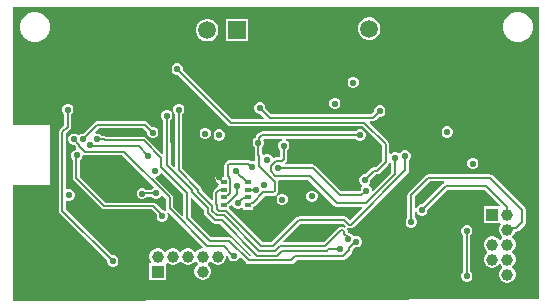
<source format=gbl>
G04*
G04 #@! TF.GenerationSoftware,Altium Limited,Altium Designer,23.2.1 (34)*
G04*
G04 Layer_Physical_Order=4*
G04 Layer_Color=16711680*
%FSLAX44Y44*%
%MOMM*%
G71*
G04*
G04 #@! TF.SameCoordinates,03237038-BA4C-483D-AFB1-32BADD2FC3D1*
G04*
G04*
G04 #@! TF.FilePolarity,Positive*
G04*
G01*
G75*
%ADD11C,0.2000*%
%ADD14C,0.1500*%
%ADD61C,1.0000*%
%ADD62R,1.0000X1.0000*%
%ADD63R,1.0000X1.0000*%
%ADD64C,1.5000*%
%ADD65R,1.5000X1.5000*%
%ADD66C,0.5500*%
%ADD67C,1.2700*%
%ADD72R,0.5000X0.3500*%
G36*
X448811Y2540D02*
Y2033D01*
X4208Y774D01*
X3309Y1671D01*
Y99060D01*
X34290D01*
Y149860D01*
X3309D01*
Y249421D01*
X448811D01*
Y2540D01*
D02*
G37*
%LPC*%
G36*
X306051Y240640D02*
X303549D01*
X301133Y239993D01*
X298967Y238742D01*
X297198Y236973D01*
X295947Y234807D01*
X295300Y232391D01*
Y229889D01*
X295947Y227473D01*
X297198Y225307D01*
X298967Y223538D01*
X301133Y222287D01*
X303549Y221640D01*
X306051D01*
X308467Y222287D01*
X310633Y223538D01*
X312402Y225307D01*
X313653Y227473D01*
X314300Y229889D01*
Y232391D01*
X313653Y234807D01*
X312402Y236973D01*
X310633Y238742D01*
X308467Y239993D01*
X306051Y240640D01*
D02*
G37*
G36*
X202540Y239370D02*
X183540D01*
Y220370D01*
X202540D01*
Y239370D01*
D02*
G37*
G36*
X168891D02*
X166389D01*
X163973Y238723D01*
X161807Y237472D01*
X160038Y235703D01*
X158787Y233537D01*
X158140Y231121D01*
Y228619D01*
X158787Y226203D01*
X160038Y224037D01*
X161807Y222268D01*
X163973Y221017D01*
X166389Y220370D01*
X168891D01*
X171307Y221017D01*
X173473Y222268D01*
X175242Y224037D01*
X176493Y226203D01*
X177140Y228619D01*
Y231121D01*
X176493Y233537D01*
X175242Y235703D01*
X173473Y237472D01*
X171307Y238723D01*
X168891Y239370D01*
D02*
G37*
G36*
X432176Y244910D02*
X428884D01*
X425705Y244058D01*
X422855Y242412D01*
X420527Y240085D01*
X418882Y237235D01*
X418030Y234056D01*
Y230764D01*
X418882Y227585D01*
X420527Y224735D01*
X422855Y222407D01*
X425705Y220762D01*
X428884Y219910D01*
X432176D01*
X435355Y220762D01*
X438205Y222407D01*
X440532Y224735D01*
X442178Y227585D01*
X443030Y230764D01*
Y234056D01*
X442178Y237235D01*
X440532Y240085D01*
X438205Y242412D01*
X435355Y244058D01*
X432176Y244910D01*
D02*
G37*
G36*
X23236D02*
X19944D01*
X16765Y244058D01*
X13915Y242412D01*
X11588Y240085D01*
X9942Y237235D01*
X9090Y234056D01*
Y230764D01*
X9942Y227585D01*
X11588Y224735D01*
X13915Y222407D01*
X16765Y220762D01*
X19944Y219910D01*
X23236D01*
X26415Y220762D01*
X29265Y222407D01*
X31593Y224735D01*
X33238Y227585D01*
X34090Y230764D01*
Y234056D01*
X33238Y237235D01*
X31593Y240085D01*
X29265Y242412D01*
X26415Y244058D01*
X23236Y244910D01*
D02*
G37*
G36*
X292098Y190170D02*
X290208D01*
X288462Y189447D01*
X287126Y188111D01*
X286403Y186365D01*
Y184475D01*
X287126Y182729D01*
X288462Y181393D01*
X290208Y180670D01*
X292098D01*
X293843Y181393D01*
X295180Y182729D01*
X295903Y184475D01*
Y186365D01*
X295180Y188111D01*
X293843Y189447D01*
X292098Y190170D01*
D02*
G37*
G36*
X276535Y172390D02*
X274645D01*
X272899Y171667D01*
X271563Y170331D01*
X270840Y168585D01*
Y166695D01*
X271563Y164949D01*
X272899Y163613D01*
X274645Y162890D01*
X276535D01*
X278281Y163613D01*
X279617Y164949D01*
X280340Y166695D01*
Y168585D01*
X279617Y170331D01*
X278281Y171667D01*
X276535Y172390D01*
D02*
G37*
G36*
X371785Y148260D02*
X369895D01*
X368149Y147537D01*
X366813Y146201D01*
X366090Y144455D01*
Y142565D01*
X366813Y140819D01*
X368149Y139483D01*
X369895Y138760D01*
X371785D01*
X373531Y139483D01*
X374867Y140819D01*
X375590Y142565D01*
Y144455D01*
X374867Y146201D01*
X373531Y147537D01*
X371785Y148260D01*
D02*
G37*
G36*
X166795Y146990D02*
X164905D01*
X163159Y146267D01*
X161823Y144931D01*
X161100Y143185D01*
Y141295D01*
X161823Y139549D01*
X163159Y138213D01*
X164905Y137490D01*
X166795D01*
X168541Y138213D01*
X169877Y139549D01*
X170600Y141295D01*
Y143185D01*
X169877Y144931D01*
X168541Y146267D01*
X166795Y146990D01*
D02*
G37*
G36*
X143185Y201600D02*
X141295D01*
X139549Y200877D01*
X138213Y199541D01*
X137490Y197795D01*
Y195905D01*
X138213Y194159D01*
X139549Y192823D01*
X141295Y192100D01*
X142664D01*
X185387Y149377D01*
X186380Y148714D01*
X187550Y148481D01*
X299313D01*
X315711Y132083D01*
Y119377D01*
X310218Y113884D01*
X308945D01*
X308945Y113884D01*
X307774Y113651D01*
X306782Y112988D01*
X306782Y112988D01*
X301414Y107620D01*
X300045D01*
X298299Y106897D01*
X296963Y105561D01*
X296240Y103815D01*
Y101925D01*
X296963Y100179D01*
X298299Y98843D01*
X298519Y98752D01*
X298817Y97254D01*
X298233Y96671D01*
X297510Y94925D01*
Y94067D01*
X296671Y93229D01*
X281179D01*
X259215Y115193D01*
X258222Y115856D01*
X257052Y116089D01*
X257052Y116089D01*
X234114D01*
X233587Y117359D01*
X234573Y118344D01*
X234573Y118344D01*
X235236Y119337D01*
X235469Y120507D01*
X235469Y120507D01*
Y128421D01*
X236437Y129389D01*
X237160Y131135D01*
Y133025D01*
X236437Y134771D01*
X235101Y136107D01*
X233811Y136641D01*
X234063Y137911D01*
X293521D01*
X294489Y136943D01*
X296235Y136220D01*
X298125D01*
X299871Y136943D01*
X301207Y138279D01*
X301930Y140025D01*
Y141915D01*
X301207Y143661D01*
X299871Y144997D01*
X298125Y145720D01*
X296235D01*
X294489Y144997D01*
X293521Y144029D01*
X214016D01*
X214016Y144029D01*
X212845Y143796D01*
X211853Y143133D01*
X211853Y143133D01*
X209327Y140607D01*
X208664Y139614D01*
X208502Y138801D01*
X208129Y138647D01*
X206793Y137311D01*
X206070Y135565D01*
Y133675D01*
X206793Y131929D01*
X207761Y130961D01*
Y124287D01*
X207761Y124287D01*
X207994Y123116D01*
X208431Y122462D01*
Y119701D01*
X207161Y118853D01*
X206685Y119050D01*
X204795D01*
X204494Y118925D01*
X204416Y119003D01*
X203423Y119666D01*
X202253Y119899D01*
X202253Y119899D01*
X186434D01*
X186434Y119899D01*
X185264Y119666D01*
X184271Y119003D01*
X184271Y119003D01*
X183100Y117831D01*
X182437Y116839D01*
X182204Y115668D01*
X182204Y115668D01*
Y106483D01*
X181046Y105796D01*
X180977Y105787D01*
X180319Y106198D01*
X180307Y106261D01*
X179643Y107254D01*
X178651Y107917D01*
X177481Y108149D01*
X176310Y107917D01*
X175318Y107254D01*
X174655Y106261D01*
X174422Y105091D01*
Y104480D01*
X174422Y104479D01*
X174655Y103309D01*
X175318Y102317D01*
X177924Y99710D01*
X177398Y98440D01*
X177020D01*
Y97055D01*
X176434Y96939D01*
X175442Y96276D01*
X175441Y96276D01*
X173097Y93931D01*
X172434Y92939D01*
X172201Y91768D01*
X172201Y91768D01*
Y86398D01*
X171028Y85912D01*
X162874Y94065D01*
Y94762D01*
X162641Y95932D01*
X161978Y96924D01*
X161978Y96924D01*
X146569Y112334D01*
Y158901D01*
X147537Y159869D01*
X148260Y161615D01*
Y163505D01*
X147537Y165251D01*
X146201Y166587D01*
X144455Y167310D01*
X142565D01*
X140819Y166587D01*
X139483Y165251D01*
X138760Y163505D01*
Y161615D01*
X139483Y159869D01*
X140451Y158901D01*
Y114454D01*
X139278Y113968D01*
X136599Y116647D01*
Y133956D01*
X136409Y134912D01*
Y153821D01*
X137377Y154789D01*
X138100Y156535D01*
Y158425D01*
X137377Y160171D01*
X136041Y161507D01*
X134295Y162230D01*
X132405D01*
X130659Y161507D01*
X129323Y160171D01*
X128600Y158425D01*
Y156535D01*
X129323Y154789D01*
X130291Y153821D01*
Y134147D01*
X130291Y134146D01*
X130481Y133191D01*
Y125831D01*
X129211Y125304D01*
X115863Y138653D01*
X114871Y139316D01*
X113700Y139549D01*
X113700Y139549D01*
X82170D01*
X82065Y139653D01*
X81073Y140316D01*
X79903Y140549D01*
X79903Y140549D01*
X77861D01*
X76843Y141567D01*
X75097Y142290D01*
X73208D01*
X72619Y143421D01*
X72571Y143555D01*
X75817Y146801D01*
X113545D01*
X116791Y143555D01*
Y142186D01*
X117514Y140440D01*
X118850Y139104D01*
X120596Y138381D01*
X122486D01*
X124232Y139104D01*
X125568Y140440D01*
X126291Y142186D01*
Y144076D01*
X125568Y145822D01*
X124232Y147158D01*
X122486Y147881D01*
X121117D01*
X116975Y152023D01*
X115982Y152686D01*
X114812Y152919D01*
X114812Y152919D01*
X74550D01*
X74550Y152919D01*
X73380Y152686D01*
X72387Y152023D01*
X72387Y152023D01*
X67107Y146743D01*
X66444Y145750D01*
X66431Y145687D01*
X63035Y142290D01*
X61666D01*
X59920Y141567D01*
X58610Y140257D01*
X57301Y141567D01*
X55555Y142290D01*
X53665D01*
X51919Y141567D01*
X50583Y140231D01*
X49860Y138485D01*
Y136595D01*
X50583Y134849D01*
X51919Y133513D01*
X53665Y132790D01*
X54903D01*
X56264Y131429D01*
X56479Y130347D01*
X56837Y129812D01*
X56246Y128542D01*
X56205D01*
X54459Y127819D01*
X53123Y126483D01*
X52400Y124737D01*
Y122848D01*
X53123Y121102D01*
X53951Y120274D01*
Y104535D01*
X54165Y103462D01*
X54772Y102552D01*
X78380Y78945D01*
X79289Y78337D01*
X80362Y78124D01*
X120923D01*
X125060Y73987D01*
X124790Y73335D01*
Y71445D01*
X125513Y69699D01*
X126849Y68363D01*
X128595Y67640D01*
X130485D01*
X132231Y68363D01*
X133567Y69699D01*
X134290Y71445D01*
Y73335D01*
X133665Y74843D01*
X134742Y75562D01*
X163934Y46370D01*
X163408Y45100D01*
X162908D01*
X161128Y44623D01*
X159532Y43701D01*
X158229Y42398D01*
X158115Y42201D01*
X156845D01*
X156731Y42398D01*
X155428Y43701D01*
X153832Y44623D01*
X152052Y45100D01*
X150208D01*
X148428Y44623D01*
X146832Y43701D01*
X145529Y42398D01*
X145415Y42201D01*
X144145D01*
X144031Y42398D01*
X142728Y43701D01*
X141132Y44623D01*
X139352Y45100D01*
X137508D01*
X135728Y44623D01*
X134132Y43701D01*
X132829Y42398D01*
X132715Y42201D01*
X131445D01*
X131331Y42398D01*
X130028Y43701D01*
X128432Y44623D01*
X126652Y45100D01*
X124808D01*
X123028Y44623D01*
X121432Y43701D01*
X120129Y42398D01*
X119207Y40802D01*
X118730Y39022D01*
Y37178D01*
X119207Y35398D01*
X120129Y33802D01*
X120260Y33670D01*
X119734Y32400D01*
X118730D01*
Y18400D01*
X132730D01*
Y31168D01*
X132730Y31720D01*
X133794Y32603D01*
X134046Y32585D01*
X134132Y32499D01*
X135728Y31577D01*
X137508Y31100D01*
X139352D01*
X141132Y31577D01*
X142728Y32499D01*
X144031Y33802D01*
X144145Y33999D01*
X145415D01*
X145529Y33802D01*
X146832Y32499D01*
X148428Y31577D01*
X150208Y31100D01*
X152052D01*
X153832Y31577D01*
X155428Y32499D01*
X156731Y33802D01*
X156845Y33999D01*
X158115D01*
X158229Y33802D01*
X159532Y32499D01*
X159729Y32385D01*
Y31115D01*
X159532Y31001D01*
X158229Y29698D01*
X157307Y28102D01*
X156830Y26322D01*
Y24478D01*
X157307Y22698D01*
X158229Y21102D01*
X159532Y19799D01*
X161128Y18877D01*
X162908Y18400D01*
X164752D01*
X166532Y18877D01*
X168128Y19799D01*
X169431Y21102D01*
X170353Y22698D01*
X170830Y24478D01*
Y26322D01*
X170353Y28102D01*
X169431Y29698D01*
X168128Y31001D01*
X167931Y31115D01*
Y32385D01*
X168128Y32499D01*
X169431Y33802D01*
X169545Y33999D01*
X170815D01*
X170929Y33802D01*
X172232Y32499D01*
X173828Y31577D01*
X175608Y31100D01*
X177452D01*
X179232Y31577D01*
X180828Y32499D01*
X182131Y33802D01*
X183053Y35398D01*
X183530Y37178D01*
Y38158D01*
X184800Y38802D01*
X185262Y38464D01*
Y37825D01*
X185986Y36079D01*
X187322Y34743D01*
X189068Y34020D01*
X190957D01*
X192703Y34743D01*
X194039Y36079D01*
X194480Y37145D01*
X195936Y37485D01*
X200594Y32827D01*
X200594Y32827D01*
X201586Y32164D01*
X202757Y31931D01*
X202757Y31931D01*
X238776D01*
X238777Y31931D01*
X239947Y32164D01*
X240940Y32827D01*
X243484Y35371D01*
X282637D01*
X282638Y35371D01*
X283808Y35604D01*
X284800Y36267D01*
X289832Y41298D01*
X290495Y42291D01*
X290728Y43461D01*
X290728Y43461D01*
Y43832D01*
X292799Y45904D01*
X293039Y45805D01*
X294928D01*
X296674Y46528D01*
X298010Y47864D01*
X298734Y49610D01*
Y51499D01*
X298010Y53245D01*
X296674Y54581D01*
X294928Y55304D01*
X293039D01*
X291595Y54707D01*
X291047Y56031D01*
X289711Y57367D01*
X287965Y58090D01*
X287633D01*
X286752Y58884D01*
X286519Y60054D01*
X285856Y61047D01*
X285721Y61385D01*
X286264Y61980D01*
X286719Y62307D01*
X287758Y62101D01*
X287758Y62101D01*
X289414D01*
X289415Y62101D01*
X290585Y62333D01*
X291577Y62997D01*
X337443Y108862D01*
X337443Y108862D01*
X338106Y109854D01*
X338339Y111025D01*
Y119531D01*
X339307Y120499D01*
X340030Y122245D01*
Y124135D01*
X339307Y125881D01*
X337971Y127217D01*
X336225Y127940D01*
X334335D01*
X332589Y127217D01*
X331253Y125881D01*
X331162Y125661D01*
X329664Y125363D01*
X329081Y125947D01*
X327335Y126670D01*
X325445D01*
X323699Y125947D01*
X323099Y125346D01*
X321829Y125872D01*
Y133350D01*
X321829Y133350D01*
X321596Y134521D01*
X320933Y135513D01*
X320933Y135513D01*
X305138Y151308D01*
X305624Y152481D01*
X307940D01*
X307940Y152481D01*
X309111Y152714D01*
X310103Y153377D01*
X313266Y156540D01*
X314635D01*
X316381Y157263D01*
X317717Y158599D01*
X318440Y160345D01*
Y162235D01*
X317717Y163981D01*
X316381Y165317D01*
X314635Y166040D01*
X312745D01*
X310999Y165317D01*
X309663Y163981D01*
X308940Y162235D01*
Y160866D01*
X306673Y158599D01*
X221647D01*
X216840Y163406D01*
Y164775D01*
X216117Y166521D01*
X214781Y167857D01*
X213035Y168580D01*
X211145D01*
X209399Y167857D01*
X208063Y166521D01*
X207340Y164775D01*
Y162885D01*
X208063Y161139D01*
X209399Y159803D01*
X211145Y159080D01*
X212514D01*
X215822Y155772D01*
X215336Y154599D01*
X188817D01*
X146990Y196426D01*
Y197795D01*
X146267Y199541D01*
X144931Y200877D01*
X143185Y201600D01*
D02*
G37*
G36*
X178745Y145720D02*
X176855D01*
X175109Y144997D01*
X173773Y143661D01*
X173050Y141915D01*
Y140025D01*
X173773Y138279D01*
X175109Y136943D01*
X176855Y136220D01*
X178745D01*
X180491Y136943D01*
X181827Y138279D01*
X182550Y140025D01*
Y141915D01*
X181827Y143661D01*
X180491Y144997D01*
X178745Y145720D01*
D02*
G37*
G36*
X393375Y121590D02*
X391485D01*
X389739Y120867D01*
X388403Y119531D01*
X387680Y117785D01*
Y115895D01*
X388403Y114149D01*
X389739Y112813D01*
X391485Y112090D01*
X393375D01*
X395121Y112813D01*
X396457Y114149D01*
X397180Y115895D01*
Y117785D01*
X396457Y119531D01*
X395121Y120867D01*
X393375Y121590D01*
D02*
G37*
G36*
X50475Y167310D02*
X48585D01*
X46839Y166587D01*
X45503Y165251D01*
X44780Y163505D01*
Y161615D01*
X45503Y159869D01*
X46471Y158901D01*
Y149140D01*
X42887Y145556D01*
X42224Y144564D01*
X41991Y143393D01*
X41991Y143393D01*
Y76870D01*
X41991Y76870D01*
X42224Y75700D01*
X42887Y74707D01*
X82880Y34714D01*
Y33345D01*
X83603Y31599D01*
X84939Y30263D01*
X86685Y29540D01*
X88575D01*
X90321Y30263D01*
X91657Y31599D01*
X92380Y33345D01*
Y35235D01*
X91657Y36981D01*
X90321Y38317D01*
X88575Y39040D01*
X87206D01*
X48109Y78137D01*
Y84769D01*
X49379Y85617D01*
X49855Y85420D01*
X51745D01*
X53491Y86143D01*
X54827Y87479D01*
X55550Y89225D01*
Y91115D01*
X54827Y92861D01*
X53491Y94197D01*
X51745Y94920D01*
X49855D01*
X49379Y94723D01*
X48109Y95571D01*
Y142126D01*
X51693Y145710D01*
X52356Y146703D01*
X52589Y147873D01*
Y158901D01*
X53557Y159869D01*
X54280Y161615D01*
Y163505D01*
X53557Y165251D01*
X52221Y166587D01*
X50475Y167310D01*
D02*
G37*
G36*
X407070Y107799D02*
X407070Y107799D01*
X354930D01*
X353759Y107566D01*
X352767Y106903D01*
X352767Y106903D01*
X337927Y92063D01*
X337264Y91071D01*
X337031Y89900D01*
X337031Y89900D01*
Y70699D01*
X336333Y70001D01*
X335610Y68255D01*
Y66365D01*
X336333Y64619D01*
X337669Y63283D01*
X339415Y62560D01*
X341305D01*
X343051Y63283D01*
X344387Y64619D01*
X345110Y66365D01*
Y68255D01*
X344387Y70001D01*
X343149Y71239D01*
Y88633D01*
X356197Y101681D01*
X367741D01*
X368093Y100411D01*
X367407Y99953D01*
X349674Y82220D01*
X348305D01*
X346559Y81497D01*
X345223Y80161D01*
X344500Y78415D01*
Y76525D01*
X345223Y74779D01*
X346559Y73443D01*
X348305Y72720D01*
X350195D01*
X351941Y73443D01*
X353277Y74779D01*
X354000Y76525D01*
Y77894D01*
X370837Y94731D01*
X402593D01*
X415394Y81930D01*
X414868Y80660D01*
X401940D01*
Y66660D01*
X414709D01*
X415260Y66660D01*
X416143Y65596D01*
X416125Y65344D01*
X416039Y65258D01*
X415117Y63662D01*
X414640Y61882D01*
Y60038D01*
X415117Y58258D01*
X416039Y56662D01*
X417342Y55359D01*
X417539Y55245D01*
Y53975D01*
X417342Y53861D01*
X416039Y52558D01*
X415925Y52361D01*
X414655D01*
X414541Y52558D01*
X413238Y53861D01*
X411642Y54783D01*
X409862Y55260D01*
X408018D01*
X406238Y54783D01*
X404642Y53861D01*
X403339Y52558D01*
X402417Y50962D01*
X401940Y49182D01*
Y47338D01*
X402417Y45558D01*
X403339Y43962D01*
X404642Y42659D01*
X404839Y42545D01*
Y41275D01*
X404642Y41161D01*
X403339Y39858D01*
X402417Y38262D01*
X401940Y36482D01*
Y34639D01*
X402417Y32858D01*
X403339Y31262D01*
X404642Y29959D01*
X406238Y29037D01*
X408018Y28560D01*
X409861D01*
X411642Y29037D01*
X413238Y29959D01*
X414541Y31262D01*
X414655Y31459D01*
X415925D01*
X416039Y31262D01*
X417342Y29959D01*
X417539Y29845D01*
Y28575D01*
X417342Y28461D01*
X416039Y27158D01*
X415117Y25562D01*
X414640Y23781D01*
Y21938D01*
X415117Y20158D01*
X416039Y18562D01*
X417342Y17259D01*
X418938Y16337D01*
X420718Y15860D01*
X422561D01*
X424342Y16337D01*
X425938Y17259D01*
X427241Y18562D01*
X428163Y20158D01*
X428640Y21938D01*
Y23781D01*
X428163Y25562D01*
X427241Y27158D01*
X425938Y28461D01*
X425741Y28575D01*
Y29845D01*
X425938Y29959D01*
X427241Y31262D01*
X428163Y32858D01*
X428640Y34638D01*
Y36481D01*
X428163Y38262D01*
X427241Y39858D01*
X425938Y41161D01*
X425741Y41275D01*
Y42545D01*
X425938Y42659D01*
X427241Y43962D01*
X428163Y45558D01*
X428640Y47338D01*
Y49182D01*
X428163Y50962D01*
X427241Y52558D01*
X425938Y53861D01*
X425741Y53975D01*
Y55245D01*
X425938Y55359D01*
X427241Y56662D01*
X428163Y58258D01*
X428408Y59171D01*
X429260D01*
X429260Y59171D01*
X430430Y59404D01*
X431423Y60067D01*
X436503Y65147D01*
X436503Y65147D01*
X437166Y66139D01*
X437399Y67310D01*
X437399Y67310D01*
Y77470D01*
X437399Y77470D01*
X437166Y78640D01*
X436503Y79633D01*
X436503Y79633D01*
X409233Y106903D01*
X408241Y107566D01*
X407070Y107799D01*
D02*
G37*
G36*
X388295Y64440D02*
X386405D01*
X384659Y63717D01*
X383323Y62381D01*
X382600Y60635D01*
Y58745D01*
X383323Y56999D01*
X384291Y56031D01*
Y25249D01*
X383323Y24281D01*
X382600Y22535D01*
Y20645D01*
X383323Y18899D01*
X384659Y17563D01*
X386405Y16840D01*
X388295D01*
X390041Y17563D01*
X391377Y18899D01*
X392100Y20645D01*
Y22535D01*
X391377Y24281D01*
X390409Y25249D01*
Y56031D01*
X391377Y56999D01*
X392100Y58745D01*
Y60635D01*
X391377Y62381D01*
X390041Y63717D01*
X388295Y64440D01*
D02*
G37*
%LPD*%
G36*
X231010Y136641D02*
X229719Y136107D01*
X228383Y134771D01*
X227660Y133025D01*
Y131135D01*
X228383Y129389D01*
X229351Y128421D01*
Y122202D01*
X225456D01*
X224286Y121969D01*
X224253Y121948D01*
X223219Y122103D01*
X222681Y122425D01*
X222464Y122947D01*
X221128Y124284D01*
X219382Y125007D01*
X217493D01*
X215747Y124284D01*
X215717Y124254D01*
X214339Y124672D01*
X214316Y124787D01*
X213879Y125441D01*
Y130961D01*
X214847Y131929D01*
X215570Y133675D01*
Y135565D01*
X215091Y136721D01*
X215906Y137911D01*
X230757D01*
X231010Y136641D01*
D02*
G37*
G36*
X323331Y117237D02*
Y109059D01*
X308280Y94008D01*
X307010Y94534D01*
Y94925D01*
X306287Y96671D01*
X304951Y98007D01*
X304731Y98098D01*
X304433Y99596D01*
X305017Y100179D01*
X305740Y101925D01*
Y103294D01*
X310212Y107766D01*
X311485D01*
X311485Y107766D01*
X312655Y107999D01*
X313648Y108662D01*
X320933Y115947D01*
X320933Y115947D01*
X321596Y116939D01*
X321610Y117009D01*
X323004Y117507D01*
X323331Y117237D01*
D02*
G37*
G36*
X63823Y123941D02*
X63823Y123941D01*
X95610D01*
X122194Y97358D01*
X121896Y95860D01*
X121419Y95662D01*
X120353Y94597D01*
X116171D01*
X115301Y95467D01*
X113555Y96190D01*
X111665D01*
X109919Y95467D01*
X108583Y94131D01*
X107860Y92385D01*
Y90495D01*
X108583Y88749D01*
X109919Y87413D01*
X111665Y86690D01*
X113555D01*
X115301Y87413D01*
X116367Y88479D01*
X120549D01*
X121419Y87609D01*
X123165Y86886D01*
X125055D01*
X126801Y87609D01*
X128137Y88945D01*
X128334Y89421D01*
X129832Y89719D01*
X132627Y86925D01*
Y78945D01*
X132627Y78945D01*
X132859Y77774D01*
X133242Y77201D01*
X132255Y76392D01*
X132231Y76417D01*
X130485Y77140D01*
X129838D01*
X124067Y82910D01*
X123158Y83518D01*
X122085Y83731D01*
X81524D01*
X59559Y105696D01*
Y119649D01*
X59841Y119766D01*
X61177Y121102D01*
X61900Y122848D01*
Y123266D01*
X63170Y124071D01*
X63823Y123941D01*
D02*
G37*
G36*
X275319Y81035D02*
X275319Y81035D01*
X276311Y80372D01*
X277482Y80140D01*
X277482Y80140D01*
X298409D01*
X298895Y78966D01*
X288586Y68657D01*
X285999Y71244D01*
X285007Y71907D01*
X283836Y72140D01*
X283836Y72140D01*
X245250D01*
X244079Y71907D01*
X243087Y71244D01*
X243087Y71244D01*
X221892Y50049D01*
X214511D01*
X186020Y78539D01*
Y80532D01*
X186433Y80614D01*
X187425Y81277D01*
X187685Y81537D01*
X189183Y81238D01*
X189380Y80762D01*
X190716Y79426D01*
X192462Y78703D01*
X194352D01*
X196098Y79426D01*
X196250Y79578D01*
X197520Y79052D01*
Y77940D01*
X206520D01*
Y80432D01*
X207433Y80614D01*
X208425Y81277D01*
X216469Y89321D01*
X223618D01*
X223618Y89321D01*
X224789Y89554D01*
X225781Y90217D01*
X226953Y91389D01*
X226953Y91389D01*
X227616Y92381D01*
X227849Y93552D01*
X227849Y93552D01*
Y101270D01*
X227691Y102060D01*
X228286Y103080D01*
X228549Y103330D01*
X253024D01*
X275319Y81035D01*
D02*
G37*
G36*
X147480Y90329D02*
Y73135D01*
X146306Y72649D01*
X138744Y80212D01*
Y88192D01*
X138744Y88192D01*
X138511Y89362D01*
X137848Y90355D01*
X137848Y90355D01*
X123706Y104497D01*
X124232Y105767D01*
X124431D01*
X126176Y106490D01*
X127513Y107826D01*
X127710Y108303D01*
X129208Y108601D01*
X147480Y90329D01*
D02*
G37*
G36*
X284927Y63664D02*
X284118Y62678D01*
X283449Y63124D01*
X282279Y63357D01*
X282279Y63357D01*
X280622D01*
X280622Y63357D01*
X279452Y63124D01*
X278459Y62461D01*
X278459Y62461D01*
X266237Y50239D01*
X232393D01*
X231907Y51412D01*
X246517Y66022D01*
X282569D01*
X284927Y63664D01*
D02*
G37*
G36*
X164961Y77670D02*
Y75384D01*
X164961Y75384D01*
X165194Y74213D01*
X165857Y73221D01*
X172301Y66777D01*
X173293Y66114D01*
X174464Y65881D01*
X174464Y65881D01*
X178713D01*
X204809Y39785D01*
X204354Y38444D01*
X203713Y38360D01*
X188510Y53563D01*
X187517Y54226D01*
X186347Y54459D01*
X186347Y54459D01*
X170847D01*
X153597Y71708D01*
Y87374D01*
X154771Y87860D01*
X164961Y77670D01*
D02*
G37*
%LPC*%
G36*
X257280Y93855D02*
X255390D01*
X253644Y93132D01*
X252308Y91796D01*
X251585Y90050D01*
Y88160D01*
X252308Y86414D01*
X253644Y85078D01*
X255390Y84355D01*
X257280D01*
X259026Y85078D01*
X260362Y86414D01*
X261085Y88160D01*
Y90050D01*
X260362Y91796D01*
X259026Y93132D01*
X257280Y93855D01*
D02*
G37*
G36*
X232085Y91110D02*
X230195D01*
X228449Y90387D01*
X227113Y89051D01*
X226390Y87305D01*
Y85415D01*
X227113Y83669D01*
X228449Y82333D01*
X230195Y81610D01*
X232085D01*
X233831Y82333D01*
X235167Y83669D01*
X235890Y85415D01*
Y87305D01*
X235167Y89051D01*
X233831Y90387D01*
X232085Y91110D01*
D02*
G37*
%LPD*%
D11*
X369570Y97790D02*
X403860D01*
X421162Y80488D01*
Y74138D02*
X421640Y73660D01*
X421162Y74138D02*
Y80488D01*
X287669Y45099D02*
X293125Y50555D01*
X282279Y60298D02*
X283693Y58884D01*
Y57614D02*
Y58884D01*
X287020Y53340D02*
Y54287D01*
X283693Y57614D02*
X287020Y54287D01*
X293125Y50555D02*
X293983D01*
X280622Y60298D02*
X282279D01*
X267504Y47180D02*
X280622Y60298D01*
X245250Y69081D02*
X283836D01*
X223159Y46990D02*
X245250Y69081D01*
X213244Y46990D02*
X223159D01*
X269161Y43180D02*
X270161Y44180D01*
X238777Y34990D02*
X242217Y38430D01*
X228277Y40260D02*
X231197Y43180D01*
X229540Y47180D02*
X267504D01*
X282638Y38430D02*
X287669Y43461D01*
X226620Y44260D02*
X229540Y47180D01*
X242217Y38430D02*
X282638D01*
X231197Y43180D02*
X269161D01*
X270161Y44180D02*
X279963D01*
X225327Y106389D02*
X254291D01*
X277482Y83198D02*
X301796D01*
X254291Y106389D02*
X277482Y83198D01*
X169580Y51400D02*
X186347D01*
X150539Y70441D02*
X169580Y51400D01*
X150539Y70441D02*
Y91596D01*
X135685Y78945D02*
Y88192D01*
Y78945D02*
X167640Y46990D01*
X181620D01*
X176121Y72940D02*
X179674D01*
X181331Y76940D02*
X183294D01*
X176020Y78697D02*
Y82250D01*
X174464Y68940D02*
X179980D01*
X172020Y77041D02*
X176121Y72940D01*
X172020Y77041D02*
Y80594D01*
X176020Y78697D02*
X177777Y76940D01*
X168020Y75384D02*
Y78937D01*
X179674Y72940D02*
X181637D01*
X177777Y76940D02*
X181331D01*
X168020Y75384D02*
X174464Y68940D01*
X63823Y127000D02*
X96877D01*
X186347Y51400D02*
X202757Y34990D01*
X154538Y92418D02*
X168020Y78937D01*
X175260Y83011D02*
X176020Y82250D01*
X159815Y92798D02*
X172020Y80594D01*
X175260Y83011D02*
Y91768D01*
X96877Y127000D02*
X135685Y88192D01*
X154538Y92418D02*
Y94382D01*
X159815Y92798D02*
Y94762D01*
X74550Y149860D02*
X114812D01*
X121541Y143131D01*
X283836Y69081D02*
X287758Y65160D01*
X257052Y113030D02*
X279912Y90170D01*
X297938D01*
X227474Y113030D02*
X257052D01*
X224790Y93552D02*
Y101270D01*
X230853Y86073D02*
X231140Y86360D01*
X223618Y92380D02*
X224790Y93552D01*
X215203Y92380D02*
X223618D01*
X211490Y114570D02*
X224790Y101270D01*
X227402Y112958D02*
X227474Y113030D01*
X300990Y102870D02*
X308945Y110825D01*
X311485D01*
X349250Y77470D02*
X369570Y97790D01*
X187550Y151540D02*
X300580D01*
X142240Y196850D02*
X187550Y151540D01*
X307940Y155540D02*
X313690Y161290D01*
X212090Y163830D02*
X220380Y155540D01*
X300580Y151540D02*
X318770Y133350D01*
X220380Y155540D02*
X307940D01*
X69270Y144199D02*
Y144580D01*
X62610Y137540D02*
X69270Y144199D01*
X69051Y132080D02*
X71480D01*
X79903Y137490D02*
X80903Y136490D01*
X74202Y137490D02*
X79903D01*
X68382Y132750D02*
X69051Y132080D01*
X74153Y137540D02*
X74202Y137490D01*
X54610Y137409D02*
Y137540D01*
X72224Y131337D02*
X109640D01*
X59305Y131518D02*
Y132714D01*
X71480Y132080D02*
X72224Y131337D01*
X59305Y131518D02*
X63823Y127000D01*
X80903Y136490D02*
X113700D01*
X54610Y137409D02*
X59305Y132714D01*
X109640Y131337D02*
X117787Y123190D01*
X69270Y144580D02*
X74550Y149860D01*
X133540Y115380D02*
X154538Y94382D01*
X175260Y91768D02*
X177605Y94113D01*
X143510Y111067D02*
X159815Y94762D01*
X180943Y94113D02*
X181520Y94690D01*
X177605Y94113D02*
X180943D01*
X185263Y89940D02*
X187020Y91697D01*
X184020Y89940D02*
X185263D01*
X187020Y91697D02*
Y97683D01*
X181520Y81690D02*
X182270D01*
X193564Y83453D02*
X197552Y87440D01*
X185263Y83440D02*
X193011Y91189D01*
X193407Y83453D02*
X193564D01*
X113700Y136490D02*
X128270Y121920D01*
X45050Y143393D02*
X49530Y147873D01*
X45050Y76870D02*
Y143393D01*
X133350Y134146D02*
Y157480D01*
Y134146D02*
X133540Y133956D01*
X128270Y113864D02*
Y121920D01*
Y113864D02*
X150539Y91596D01*
X202757Y34990D02*
X238777D01*
X133540Y115380D02*
Y133956D01*
X287758Y65160D02*
X289415D01*
X211587Y42990D02*
X225350D01*
X183294Y76940D02*
X213244Y46990D01*
X143510Y111067D02*
Y162560D01*
X179980Y68940D02*
X209930Y38990D01*
X289415Y65160D02*
X335280Y111025D01*
X181637Y72940D02*
X211587Y42990D01*
X209930Y38990D02*
X227007D01*
X181620Y46990D02*
X189840Y38770D01*
X190012D01*
X124012Y91538D02*
X124110Y91636D01*
X112610Y91440D02*
X112708Y91538D01*
X124012D01*
X45050Y76870D02*
X87630Y34290D01*
X206262Y83440D02*
X215203Y92380D01*
X204520Y83440D02*
X206262D01*
X202020Y94690D02*
X202058Y94652D01*
X208552D01*
X208590Y94614D01*
X221310Y110407D02*
X225327Y106389D01*
X186434Y116840D02*
X202253D01*
X204793Y114300D02*
X205740D01*
X202253Y116840D02*
X204793Y114300D01*
X211490Y114570D02*
Y123617D01*
X221310Y110407D02*
Y114998D01*
X225456Y119144D02*
X231047D01*
X232410Y120507D01*
X221310Y114998D02*
X225456Y119144D01*
X301796Y83198D02*
X326390Y107792D01*
Y121920D01*
X318770Y118110D02*
Y133350D01*
X311485Y110825D02*
X318770Y118110D01*
X297938Y90170D02*
X301748Y93980D01*
X302260D01*
X335280Y111025D02*
Y123190D01*
X340090Y89900D02*
X354930Y104740D01*
X340090Y67580D02*
Y89900D01*
Y67580D02*
X340360Y67310D01*
X407070Y104740D02*
X434340Y77470D01*
X354930Y104740D02*
X407070D01*
X434340Y67310D02*
Y77470D01*
X200520Y101940D02*
X202020D01*
X202770Y101190D01*
X196617Y105643D02*
X196817D01*
X191770Y110490D02*
X196617Y105643D01*
X196817D02*
X200520Y101940D01*
X177481Y104479D02*
X180770Y101190D01*
X177481Y104479D02*
Y105091D01*
X185263Y105940D02*
Y115668D01*
X186434Y116840D01*
X185263Y105940D02*
X187020Y104183D01*
X187014Y97689D02*
Y98192D01*
Y97689D02*
X187020Y97683D01*
X187014Y98192D02*
X187020Y98197D01*
Y104183D01*
X182270Y88190D02*
X184020Y89940D01*
X210820Y124287D02*
Y134620D01*
Y124287D02*
X211490Y123617D01*
X210820Y134620D02*
X211490Y135290D01*
X214016Y140970D02*
X297180D01*
X211490Y138444D02*
X214016Y140970D01*
X211490Y135290D02*
Y138444D01*
X180770Y101190D02*
X181520D01*
X287669Y43461D02*
Y45099D01*
X197552Y87440D02*
X201270D01*
X193011Y91189D02*
Y97692D01*
X192764Y97939D02*
X193011Y97692D01*
X227007Y38990D02*
X228277Y40260D01*
X225350Y42990D02*
X226620Y44260D01*
X202020Y81690D02*
X202770D01*
X204520Y83440D01*
X232410Y120507D02*
Y132080D01*
X201270Y87440D02*
X202020Y88190D01*
X184020Y83440D02*
X185263D01*
X182270Y81690D02*
X184020Y83440D01*
X49530Y147873D02*
Y162560D01*
X421640Y60960D02*
X422910Y62230D01*
X429260D01*
X434340Y67310D01*
X387350Y21590D02*
Y59690D01*
X181520Y88190D02*
X182270D01*
D14*
X56755Y104535D02*
Y123397D01*
X57150Y123792D01*
X80362Y80928D02*
X122085D01*
X56755Y104535D02*
X80362Y80928D01*
X122085D02*
X129540Y73472D01*
Y72390D02*
Y73472D01*
D61*
X421640Y22860D02*
D03*
X408940Y22860D02*
D03*
Y35560D02*
D03*
X408940Y48260D02*
D03*
X408940Y60960D02*
D03*
X421640Y35560D02*
D03*
X421640Y48260D02*
D03*
X421640Y60960D02*
D03*
X421640Y73660D02*
D03*
X176530Y38100D02*
D03*
Y25400D02*
D03*
X163830D02*
D03*
X151130D02*
D03*
X138430D02*
D03*
X163830Y38100D02*
D03*
X151130D02*
D03*
X138430D02*
D03*
X125730D02*
D03*
D62*
X408940Y73660D02*
D03*
D63*
X125730Y25400D02*
D03*
D64*
X167640Y229870D02*
D03*
X304800Y231140D02*
D03*
D65*
X193040Y229870D02*
D03*
X279400Y231140D02*
D03*
D66*
X349250Y110490D02*
D03*
X337820Y97790D02*
D03*
X323850Y82550D02*
D03*
X287020Y53340D02*
D03*
X293983Y50555D02*
D03*
X246380Y59951D02*
D03*
X217170Y56550D02*
D03*
X269240Y60550D02*
D03*
X62230Y175260D02*
D03*
X118110Y179070D02*
D03*
X256335Y89105D02*
D03*
X248650Y98222D02*
D03*
X163830Y68580D02*
D03*
X175260Y62230D02*
D03*
X121541Y143131D02*
D03*
X157215Y107457D02*
D03*
X104140Y201930D02*
D03*
X101600Y219710D02*
D03*
X231140Y86360D02*
D03*
X215570Y99060D02*
D03*
X227402Y112958D02*
D03*
X271780Y116840D02*
D03*
X300990Y102870D02*
D03*
X293370Y161290D02*
D03*
X86360Y184150D02*
D03*
X105410Y38100D02*
D03*
X223520Y229870D02*
D03*
X346710Y8890D02*
D03*
X124460Y53340D02*
D03*
X330200Y160020D02*
D03*
X228600Y165100D02*
D03*
X440690Y8890D02*
D03*
X330200Y35560D02*
D03*
X73660Y121250D02*
D03*
X62610Y137540D02*
D03*
X68382Y132750D02*
D03*
X74153Y137540D02*
D03*
X54610D02*
D03*
X57150Y123792D02*
D03*
X99060Y155610D02*
D03*
X193407Y83453D02*
D03*
X133350Y157480D02*
D03*
X123486Y110517D02*
D03*
X190012Y38770D02*
D03*
X112610Y91440D02*
D03*
X124110Y91636D02*
D03*
X117787Y123190D02*
D03*
X143510Y162560D02*
D03*
X100330Y142240D02*
D03*
X392430Y116840D02*
D03*
X370840Y143510D02*
D03*
X90170Y88900D02*
D03*
X291153Y185420D02*
D03*
X304800Y194310D02*
D03*
X313690D02*
D03*
X129540Y72390D02*
D03*
X50800Y90170D02*
D03*
X166370Y157480D02*
D03*
X153670Y124460D02*
D03*
X57150Y161290D02*
D03*
X31750Y163830D02*
D03*
Y87630D02*
D03*
X208590Y94614D02*
D03*
X205740Y114300D02*
D03*
X326390Y121920D02*
D03*
X302260Y93980D02*
D03*
X340360Y67310D02*
D03*
X313690Y161290D02*
D03*
X177800Y125730D02*
D03*
X165850Y142240D02*
D03*
X177481Y105091D02*
D03*
X218438Y120257D02*
D03*
X191770Y110490D02*
D03*
X177800Y140970D02*
D03*
X210820Y134620D02*
D03*
X430530Y135890D02*
D03*
X421640Y144780D02*
D03*
X283210Y21590D02*
D03*
X254000Y22860D02*
D03*
X431800Y179070D02*
D03*
X386080Y213360D02*
D03*
X414020Y200660D02*
D03*
X434340Y214630D02*
D03*
X363220Y228600D02*
D03*
X97790Y60960D02*
D03*
X41910D02*
D03*
X69850Y25400D02*
D03*
X12700Y27940D02*
D03*
Y60960D02*
D03*
X44450Y181610D02*
D03*
X60960Y190500D02*
D03*
X21590Y189230D02*
D03*
Y210820D02*
D03*
X40640Y200660D02*
D03*
X39370Y220980D02*
D03*
X58420Y212090D02*
D03*
Y229870D02*
D03*
X73660Y67310D02*
D03*
X81280Y88900D02*
D03*
X87630Y34290D02*
D03*
X279963Y44180D02*
D03*
X192764Y97939D02*
D03*
X248920Y132080D02*
D03*
X349250Y77470D02*
D03*
X20320Y87630D02*
D03*
X10160D02*
D03*
X22860Y163830D02*
D03*
X10160D02*
D03*
X90170Y205740D02*
D03*
X176530Y179070D02*
D03*
X146050Y205740D02*
D03*
X142240Y196850D02*
D03*
X227330Y177800D02*
D03*
X255270Y185420D02*
D03*
X254000Y203200D02*
D03*
X260350Y167640D02*
D03*
X275590D02*
D03*
X408940Y165100D02*
D03*
X367030Y182880D02*
D03*
X358140Y173990D02*
D03*
X370840Y200660D02*
D03*
X49530Y162560D02*
D03*
X335280Y123190D02*
D03*
X297180Y140970D02*
D03*
X198120Y187960D02*
D03*
Y195580D02*
D03*
X389890Y72390D02*
D03*
X387350Y21590D02*
D03*
Y59690D02*
D03*
X232410Y132080D02*
D03*
X212090Y163830D02*
D03*
D67*
X388620Y238760D02*
D03*
D72*
X202020Y101190D02*
D03*
Y94690D02*
D03*
Y88190D02*
D03*
Y81690D02*
D03*
X181520D02*
D03*
Y88190D02*
D03*
Y94690D02*
D03*
Y101190D02*
D03*
M02*

</source>
